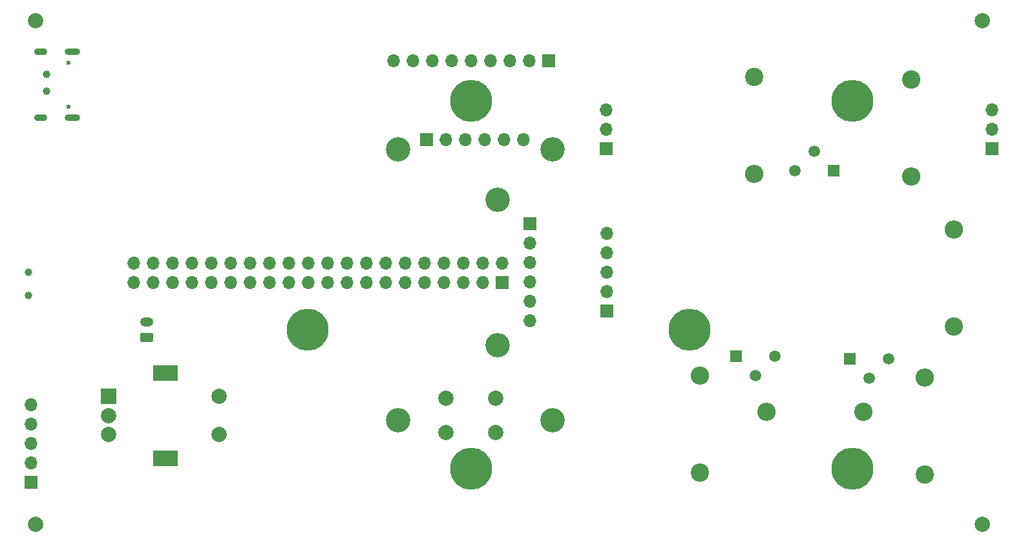
<source format=gbs>
G04 #@! TF.GenerationSoftware,KiCad,Pcbnew,9.0.0*
G04 #@! TF.CreationDate,2025-04-29T13:35:45+03:00*
G04 #@! TF.ProjectId,Embedded-Board,456d6265-6464-4656-942d-426f6172642e,rev?*
G04 #@! TF.SameCoordinates,Original*
G04 #@! TF.FileFunction,Soldermask,Bot*
G04 #@! TF.FilePolarity,Negative*
%FSLAX46Y46*%
G04 Gerber Fmt 4.6, Leading zero omitted, Abs format (unit mm)*
G04 Created by KiCad (PCBNEW 9.0.0) date 2025-04-29 13:35:45*
%MOMM*%
%LPD*%
G01*
G04 APERTURE LIST*
G04 Aperture macros list*
%AMRoundRect*
0 Rectangle with rounded corners*
0 $1 Rounding radius*
0 $2 $3 $4 $5 $6 $7 $8 $9 X,Y pos of 4 corners*
0 Add a 4 corners polygon primitive as box body*
4,1,4,$2,$3,$4,$5,$6,$7,$8,$9,$2,$3,0*
0 Add four circle primitives for the rounded corners*
1,1,$1+$1,$2,$3*
1,1,$1+$1,$4,$5*
1,1,$1+$1,$6,$7*
1,1,$1+$1,$8,$9*
0 Add four rect primitives between the rounded corners*
20,1,$1+$1,$2,$3,$4,$5,0*
20,1,$1+$1,$4,$5,$6,$7,0*
20,1,$1+$1,$6,$7,$8,$9,0*
20,1,$1+$1,$8,$9,$2,$3,0*%
G04 Aperture macros list end*
%ADD10R,1.700000X1.700000*%
%ADD11O,1.700000X1.700000*%
%ADD12C,5.500000*%
%ADD13C,2.000000*%
%ADD14RoundRect,0.250000X0.625000X-0.350000X0.625000X0.350000X-0.625000X0.350000X-0.625000X-0.350000X0*%
%ADD15O,1.750000X1.200000*%
%ADD16R,2.000000X2.000000*%
%ADD17R,3.200000X2.000000*%
%ADD18C,1.000000*%
%ADD19C,0.600000*%
%ADD20O,2.000000X0.900000*%
%ADD21O,1.700000X0.900000*%
%ADD22C,2.400000*%
%ADD23O,2.400000X2.400000*%
%ADD24R,1.500000X1.500000*%
%ADD25C,1.500000*%
%ADD26C,3.200000*%
G04 APERTURE END LIST*
D10*
X77550000Y-112179999D03*
D11*
X77550000Y-109639999D03*
X77550000Y-107100000D03*
X77550000Y-104559999D03*
X77550000Y-102019999D03*
D12*
X163800000Y-92150000D03*
D13*
X78150003Y-51649999D03*
D10*
X152850000Y-68440000D03*
D11*
X152850000Y-65900000D03*
X152849999Y-63359999D03*
D10*
X145300000Y-56950000D03*
D11*
X142760000Y-56950000D03*
X140220001Y-56950000D03*
X137680000Y-56950000D03*
X135140000Y-56950000D03*
X132600000Y-56950000D03*
X130060000Y-56950000D03*
X127519999Y-56950000D03*
X124980000Y-56950000D03*
D10*
X203450000Y-68440000D03*
D11*
X203450000Y-65900000D03*
X203449999Y-63359999D03*
D12*
X185150000Y-110350000D03*
D14*
X92700000Y-93150000D03*
D15*
X92700000Y-91149999D03*
D12*
X113800000Y-92150000D03*
D13*
X78150000Y-117650000D03*
X131900000Y-101150000D03*
X138400000Y-101150000D03*
X131900000Y-105650000D03*
X138400000Y-105650000D03*
D12*
X135150000Y-110350000D03*
D13*
X202150000Y-51650000D03*
D16*
X87650000Y-100900000D03*
D13*
X87650000Y-105900000D03*
X87650000Y-103400000D03*
D17*
X95150000Y-97800000D03*
X95150000Y-109000000D03*
D13*
X102150000Y-105900000D03*
X102150000Y-100900000D03*
D12*
X185150000Y-62150000D03*
D10*
X139250000Y-85940000D03*
D11*
X139250000Y-83400000D03*
X136710000Y-85940000D03*
X136710000Y-83400000D03*
X134170001Y-85940000D03*
X134170000Y-83400000D03*
X131630000Y-85940000D03*
X131630000Y-83400000D03*
X129090000Y-85940000D03*
X129090000Y-83400000D03*
X126550000Y-85940000D03*
X126550000Y-83400000D03*
X124010000Y-85940000D03*
X124010000Y-83400000D03*
X121469999Y-85940000D03*
X121470000Y-83400000D03*
X118930000Y-85940000D03*
X118930000Y-83400000D03*
X116390000Y-85940000D03*
X116390000Y-83400000D03*
X113850000Y-85940000D03*
X113850000Y-83400000D03*
X111310001Y-85940000D03*
X111310000Y-83400000D03*
X108770000Y-85940000D03*
X108770000Y-83400000D03*
X106230000Y-85940000D03*
X106230000Y-83400000D03*
X103690000Y-85940000D03*
X103690000Y-83400000D03*
X101150001Y-85940000D03*
X101150000Y-83400000D03*
X98609999Y-85940000D03*
X98610000Y-83400000D03*
X96070000Y-85940000D03*
X96070000Y-83400000D03*
X93530000Y-85940000D03*
X93530000Y-83400000D03*
X90990000Y-85940000D03*
X90990000Y-83400000D03*
D10*
X153000000Y-89729999D03*
D11*
X153000000Y-87189999D03*
X153000000Y-84650000D03*
X153000000Y-82109999D03*
X153000000Y-79569999D03*
D18*
X77150000Y-84650000D03*
X77150000Y-87650000D03*
D13*
X202149997Y-117650001D03*
D19*
X82470000Y-57185000D03*
X82470000Y-62965000D03*
D20*
X82970000Y-55750000D03*
D21*
X78790000Y-55750000D03*
D20*
X82970000Y-64400000D03*
D21*
X78790000Y-64400000D03*
D12*
X135150000Y-62150000D03*
D22*
X172300000Y-59050000D03*
D23*
X172300000Y-71750000D03*
D22*
X165150000Y-110900000D03*
D23*
X165150000Y-98200000D03*
D18*
X79550000Y-58700000D03*
D22*
X186600000Y-102899999D03*
D23*
X173900000Y-102899999D03*
D10*
X142850000Y-78300000D03*
D11*
X142850000Y-80840000D03*
X142850000Y-83379999D03*
X142850000Y-85920001D03*
X142850000Y-88460000D03*
X142850000Y-91000000D03*
D24*
X169860000Y-95630001D03*
D25*
X172400000Y-98170001D03*
X174940002Y-95629999D03*
D24*
X184810001Y-95930000D03*
D25*
X187350001Y-98470000D03*
X189890001Y-95930001D03*
D10*
X129356379Y-67243216D03*
D11*
X131896379Y-67243216D03*
X134436378Y-67243216D03*
X136976380Y-67243216D03*
X139516379Y-67243216D03*
X142056379Y-67243216D03*
D26*
X125606378Y-103993215D03*
D22*
X192800000Y-59350000D03*
D23*
X192800000Y-72050000D03*
D26*
X145806379Y-68493216D03*
X138650000Y-94150000D03*
X138650000Y-75149998D03*
D18*
X79550000Y-60950000D03*
D22*
X194600000Y-111150000D03*
D23*
X194600000Y-98450000D03*
D26*
X125606379Y-68493216D03*
D24*
X182690000Y-71370000D03*
D25*
X180150000Y-68830000D03*
X177609999Y-71370001D03*
D26*
X145806378Y-103993215D03*
D22*
X198450000Y-91700000D03*
D23*
X198450000Y-79000000D03*
M02*

</source>
